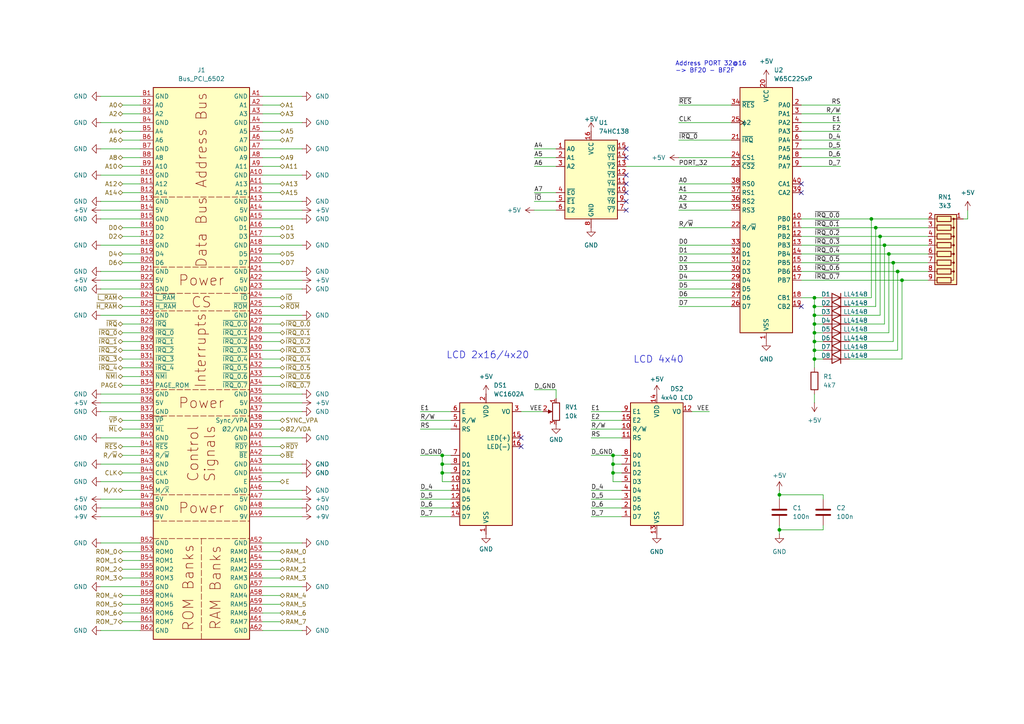
<source format=kicad_sch>
(kicad_sch (version 20231120) (generator "eeschema") (generator_version "8.0")
  (paper "A4")
  (junction (at 177.8 134.62))
  (junction (at 128.27 134.62))
  (junction (at 236.22 91.44))
  (junction (at 226.06 143.51))
  (junction (at 236.22 86.36))
  (junction (at 177.8 132.08))
  (junction (at 236.22 88.9))
  (junction (at 236.22 104.14))
  (junction (at 177.8 137.16))
  (junction (at 259.08 76.2))
  (junction (at 255.27 68.58))
  (junction (at 236.22 101.6))
  (junction (at 252.73 63.5))
  (junction (at 128.27 137.16))
  (junction (at 226.06 153.67))
  (junction (at 261.62 81.28))
  (junction (at 256.54 71.12))
  (junction (at 260.35 78.74))
  (junction (at 236.22 93.98))
  (junction (at 254 66.04))
  (junction (at 236.22 99.06))
  (junction (at 257.81 73.66))
  (junction (at 128.27 132.08))
  (junction (at 236.22 96.52))
  (no_connect (at 232.41 88.9))
  (no_connect (at 181.61 58.42))
  (no_connect (at 232.41 55.88))
  (no_connect (at 151.13 129.54))
  (no_connect (at 181.61 60.96))
  (no_connect (at 232.41 53.34))
  (no_connect (at 181.61 50.8))
  (no_connect (at 181.61 55.88))
  (no_connect (at 181.61 53.34))
  (no_connect (at 181.61 45.72))
  (no_connect (at 151.13 127))
  (no_connect (at 181.61 43.18))
  (wire (pts (xy 121.92 142.24) (xy 130.81 142.24)))
  (wire (pts (xy 226.06 153.67) (xy 226.06 154.94)))
  (wire (pts (xy 269.24 76.2) (xy 259.08 76.2)))
  (wire (pts (xy 171.45 149.86) (xy 180.34 149.86)))
  (wire (pts (xy 87.63 78.74) (xy 76.2 78.74)))
  (wire (pts (xy 128.27 139.7) (xy 128.27 137.16)))
  (wire (pts (xy 35.56 76.2) (xy 40.64 76.2)))
  (wire (pts (xy 87.63 116.84) (xy 76.2 116.84)))
  (wire (pts (xy 261.62 81.28) (xy 232.41 81.28)))
  (wire (pts (xy 171.45 132.08) (xy 177.8 132.08)))
  (wire (pts (xy 81.28 172.72) (xy 76.2 172.72)))
  (wire (pts (xy 81.28 99.06) (xy 76.2 99.06)))
  (wire (pts (xy 87.63 142.24) (xy 76.2 142.24)))
  (wire (pts (xy 171.45 142.24) (xy 180.34 142.24)))
  (wire (pts (xy 29.21 157.48) (xy 40.64 157.48)))
  (wire (pts (xy 81.28 68.58) (xy 76.2 68.58)))
  (wire (pts (xy 81.28 132.08) (xy 76.2 132.08)))
  (wire (pts (xy 226.06 152.4) (xy 226.06 153.67)))
  (wire (pts (xy 87.63 71.12) (xy 76.2 71.12)))
  (wire (pts (xy 177.8 134.62) (xy 180.34 134.62)))
  (wire (pts (xy 154.94 43.18) (xy 161.29 43.18)))
  (wire (pts (xy 177.8 139.7) (xy 180.34 139.7)))
  (wire (pts (xy 87.63 144.78) (xy 76.2 144.78)))
  (wire (pts (xy 81.28 86.36) (xy 76.2 86.36)))
  (wire (pts (xy 196.85 88.9) (xy 212.09 88.9)))
  (wire (pts (xy 269.24 63.5) (xy 252.73 63.5)))
  (wire (pts (xy 236.22 104.14) (xy 236.22 106.68)))
  (wire (pts (xy 254 88.9) (xy 254 66.04)))
  (wire (pts (xy 243.84 48.26) (xy 232.41 48.26)))
  (wire (pts (xy 269.24 81.28) (xy 261.62 81.28)))
  (wire (pts (xy 243.84 38.1) (xy 232.41 38.1)))
  (wire (pts (xy 81.28 129.54) (xy 76.2 129.54)))
  (wire (pts (xy 171.45 147.32) (xy 180.34 147.32)))
  (wire (pts (xy 81.28 93.98) (xy 76.2 93.98)))
  (wire (pts (xy 81.28 30.48) (xy 76.2 30.48)))
  (wire (pts (xy 81.28 48.26) (xy 76.2 48.26)))
  (wire (pts (xy 196.85 83.82) (xy 212.09 83.82)))
  (wire (pts (xy 35.56 160.02) (xy 40.64 160.02)))
  (wire (pts (xy 35.56 142.24) (xy 40.64 142.24)))
  (wire (pts (xy 81.28 111.76) (xy 76.2 111.76)))
  (wire (pts (xy 29.21 81.28) (xy 40.64 81.28)))
  (wire (pts (xy 121.92 144.78) (xy 130.81 144.78)))
  (wire (pts (xy 255.27 68.58) (xy 232.41 68.58)))
  (wire (pts (xy 246.38 104.14) (xy 261.62 104.14)))
  (wire (pts (xy 87.63 182.88) (xy 76.2 182.88)))
  (wire (pts (xy 35.56 96.52) (xy 40.64 96.52)))
  (wire (pts (xy 81.28 45.72) (xy 76.2 45.72)))
  (wire (pts (xy 236.22 91.44) (xy 236.22 88.9)))
  (wire (pts (xy 35.56 109.22) (xy 40.64 109.22)))
  (wire (pts (xy 236.22 93.98) (xy 236.22 91.44)))
  (wire (pts (xy 246.38 86.36) (xy 252.73 86.36)))
  (wire (pts (xy 257.81 96.52) (xy 257.81 73.66)))
  (wire (pts (xy 35.56 172.72) (xy 40.64 172.72)))
  (wire (pts (xy 255.27 91.44) (xy 255.27 68.58)))
  (wire (pts (xy 35.56 175.26) (xy 40.64 175.26)))
  (wire (pts (xy 196.85 73.66) (xy 212.09 73.66)))
  (wire (pts (xy 29.21 60.96) (xy 40.64 60.96)))
  (wire (pts (xy 29.21 182.88) (xy 40.64 182.88)))
  (wire (pts (xy 81.28 160.02) (xy 76.2 160.02)))
  (wire (pts (xy 87.63 149.86) (xy 76.2 149.86)))
  (wire (pts (xy 236.22 99.06) (xy 238.76 99.06)))
  (wire (pts (xy 35.56 111.76) (xy 40.64 111.76)))
  (wire (pts (xy 252.73 63.5) (xy 232.41 63.5)))
  (wire (pts (xy 87.63 50.8) (xy 76.2 50.8)))
  (wire (pts (xy 154.94 45.72) (xy 161.29 45.72)))
  (wire (pts (xy 87.63 83.82) (xy 76.2 83.82)))
  (wire (pts (xy 121.92 147.32) (xy 130.81 147.32)))
  (wire (pts (xy 196.85 60.96) (xy 212.09 60.96)))
  (wire (pts (xy 259.08 76.2) (xy 232.41 76.2)))
  (wire (pts (xy 29.21 114.3) (xy 40.64 114.3)))
  (wire (pts (xy 35.56 129.54) (xy 40.64 129.54)))
  (wire (pts (xy 236.22 86.36) (xy 232.41 86.36)))
  (wire (pts (xy 154.94 48.26) (xy 161.29 48.26)))
  (wire (pts (xy 81.28 66.04) (xy 76.2 66.04)))
  (wire (pts (xy 246.38 93.98) (xy 256.54 93.98)))
  (wire (pts (xy 128.27 132.08) (xy 130.81 132.08)))
  (wire (pts (xy 177.8 132.08) (xy 180.34 132.08)))
  (wire (pts (xy 81.28 180.34) (xy 76.2 180.34)))
  (wire (pts (xy 236.22 104.14) (xy 236.22 101.6)))
  (wire (pts (xy 35.56 38.1) (xy 40.64 38.1)))
  (wire (pts (xy 81.28 104.14) (xy 76.2 104.14)))
  (wire (pts (xy 236.22 86.36) (xy 238.76 86.36)))
  (wire (pts (xy 81.28 106.68) (xy 76.2 106.68)))
  (wire (pts (xy 238.76 153.67) (xy 226.06 153.67)))
  (wire (pts (xy 35.56 177.8) (xy 40.64 177.8)))
  (wire (pts (xy 87.63 81.28) (xy 76.2 81.28)))
  (wire (pts (xy 81.28 40.64) (xy 76.2 40.64)))
  (wire (pts (xy 236.22 99.06) (xy 236.22 96.52)))
  (wire (pts (xy 236.22 96.52) (xy 238.76 96.52)))
  (wire (pts (xy 161.29 115.57) (xy 161.29 113.03)))
  (wire (pts (xy 196.85 81.28) (xy 212.09 81.28)))
  (wire (pts (xy 121.92 132.08) (xy 128.27 132.08)))
  (wire (pts (xy 87.63 63.5) (xy 76.2 63.5)))
  (wire (pts (xy 29.21 119.38) (xy 40.64 119.38)))
  (wire (pts (xy 87.63 157.48) (xy 76.2 157.48)))
  (wire (pts (xy 246.38 96.52) (xy 257.81 96.52)))
  (wire (pts (xy 35.56 30.48) (xy 40.64 30.48)))
  (wire (pts (xy 81.28 88.9) (xy 76.2 88.9)))
  (wire (pts (xy 257.81 73.66) (xy 232.41 73.66)))
  (wire (pts (xy 243.84 33.02) (xy 232.41 33.02)))
  (wire (pts (xy 35.56 86.36) (xy 40.64 86.36)))
  (wire (pts (xy 196.85 86.36) (xy 212.09 86.36)))
  (wire (pts (xy 35.56 48.26) (xy 40.64 48.26)))
  (wire (pts (xy 29.21 35.56) (xy 40.64 35.56)))
  (wire (pts (xy 269.24 73.66) (xy 257.81 73.66)))
  (wire (pts (xy 35.56 99.06) (xy 40.64 99.06)))
  (wire (pts (xy 177.8 137.16) (xy 177.8 134.62)))
  (wire (pts (xy 81.28 76.2) (xy 76.2 76.2)))
  (wire (pts (xy 35.56 40.64) (xy 40.64 40.64)))
  (wire (pts (xy 128.27 137.16) (xy 128.27 134.62)))
  (wire (pts (xy 35.56 73.66) (xy 40.64 73.66)))
  (wire (pts (xy 35.56 180.34) (xy 40.64 180.34)))
  (wire (pts (xy 196.85 58.42) (xy 212.09 58.42)))
  (wire (pts (xy 243.84 30.48) (xy 232.41 30.48)))
  (wire (pts (xy 87.63 27.94) (xy 76.2 27.94)))
  (wire (pts (xy 260.35 101.6) (xy 260.35 78.74)))
  (wire (pts (xy 35.56 124.46) (xy 40.64 124.46)))
  (wire (pts (xy 87.63 147.32) (xy 76.2 147.32)))
  (wire (pts (xy 128.27 137.16) (xy 130.81 137.16)))
  (wire (pts (xy 87.63 43.18) (xy 76.2 43.18)))
  (wire (pts (xy 35.56 53.34) (xy 40.64 53.34)))
  (wire (pts (xy 81.28 53.34) (xy 76.2 53.34)))
  (wire (pts (xy 196.85 40.64) (xy 212.09 40.64)))
  (wire (pts (xy 246.38 91.44) (xy 255.27 91.44)))
  (wire (pts (xy 128.27 134.62) (xy 128.27 132.08)))
  (wire (pts (xy 81.28 121.92) (xy 76.2 121.92)))
  (wire (pts (xy 81.28 73.66) (xy 76.2 73.66)))
  (wire (pts (xy 29.21 144.78) (xy 40.64 144.78)))
  (wire (pts (xy 243.84 35.56) (xy 232.41 35.56)))
  (wire (pts (xy 171.45 119.38) (xy 180.34 119.38)))
  (wire (pts (xy 87.63 60.96) (xy 76.2 60.96)))
  (wire (pts (xy 81.28 101.6) (xy 76.2 101.6)))
  (wire (pts (xy 200.66 119.38) (xy 205.74 119.38)))
  (wire (pts (xy 171.45 121.92) (xy 180.34 121.92)))
  (wire (pts (xy 81.28 165.1) (xy 76.2 165.1)))
  (wire (pts (xy 196.85 66.04) (xy 212.09 66.04)))
  (wire (pts (xy 35.56 88.9) (xy 40.64 88.9)))
  (wire (pts (xy 177.8 137.16) (xy 180.34 137.16)))
  (wire (pts (xy 81.28 55.88) (xy 76.2 55.88)))
  (wire (pts (xy 87.63 114.3) (xy 76.2 114.3)))
  (wire (pts (xy 35.56 66.04) (xy 40.64 66.04)))
  (wire (pts (xy 154.94 113.03) (xy 161.29 113.03)))
  (wire (pts (xy 29.21 116.84) (xy 40.64 116.84)))
  (wire (pts (xy 35.56 33.02) (xy 40.64 33.02)))
  (wire (pts (xy 29.21 139.7) (xy 40.64 139.7)))
  (wire (pts (xy 81.28 124.46) (xy 76.2 124.46)))
  (wire (pts (xy 246.38 88.9) (xy 254 88.9)))
  (wire (pts (xy 35.56 162.56) (xy 40.64 162.56)))
  (wire (pts (xy 128.27 139.7) (xy 130.81 139.7)))
  (wire (pts (xy 236.22 96.52) (xy 236.22 93.98)))
  (wire (pts (xy 243.84 45.72) (xy 232.41 45.72)))
  (wire (pts (xy 246.38 99.06) (xy 259.08 99.06)))
  (wire (pts (xy 154.94 55.88) (xy 161.29 55.88)))
  (wire (pts (xy 238.76 144.78) (xy 238.76 143.51)))
  (wire (pts (xy 29.21 91.44) (xy 40.64 91.44)))
  (wire (pts (xy 151.13 119.38) (xy 157.48 119.38)))
  (wire (pts (xy 87.63 35.56) (xy 76.2 35.56)))
  (wire (pts (xy 256.54 93.98) (xy 256.54 71.12)))
  (wire (pts (xy 238.76 104.14) (xy 236.22 104.14)))
  (wire (pts (xy 35.56 55.88) (xy 40.64 55.88)))
  (wire (pts (xy 121.92 149.86) (xy 130.81 149.86)))
  (wire (pts (xy 81.28 38.1) (xy 76.2 38.1)))
  (wire (pts (xy 226.06 143.51) (xy 226.06 144.78)))
  (wire (pts (xy 171.45 144.78) (xy 180.34 144.78)))
  (wire (pts (xy 35.56 45.72) (xy 40.64 45.72)))
  (wire (pts (xy 259.08 99.06) (xy 259.08 76.2)))
  (wire (pts (xy 280.67 63.5) (xy 279.4 63.5)))
  (wire (pts (xy 252.73 86.36) (xy 252.73 63.5)))
  (wire (pts (xy 35.56 68.58) (xy 40.64 68.58)))
  (wire (pts (xy 171.45 127) (xy 180.34 127)))
  (wire (pts (xy 177.8 134.62) (xy 177.8 132.08)))
  (wire (pts (xy 35.56 167.64) (xy 40.64 167.64)))
  (wire (pts (xy 269.24 78.74) (xy 260.35 78.74)))
  (wire (pts (xy 196.85 45.72) (xy 212.09 45.72)))
  (wire (pts (xy 196.85 55.88) (xy 212.09 55.88)))
  (wire (pts (xy 29.21 170.18) (xy 40.64 170.18)))
  (wire (pts (xy 81.28 167.64) (xy 76.2 167.64)))
  (wire (pts (xy 35.56 101.6) (xy 40.64 101.6)))
  (wire (pts (xy 29.21 147.32) (xy 40.64 147.32)))
  (wire (pts (xy 35.56 93.98) (xy 40.64 93.98)))
  (wire (pts (xy 238.76 143.51) (xy 226.06 143.51)))
  (wire (pts (xy 121.92 121.92) (xy 130.81 121.92)))
  (wire (pts (xy 196.85 53.34) (xy 212.09 53.34)))
  (wire (pts (xy 35.56 121.92) (xy 40.64 121.92)))
  (wire (pts (xy 29.21 43.18) (xy 40.64 43.18)))
  (wire (pts (xy 29.21 63.5) (xy 40.64 63.5)))
  (wire (pts (xy 236.22 114.3) (xy 236.22 116.84)))
  (wire (pts (xy 81.28 175.26) (xy 76.2 175.26)))
  (wire (pts (xy 81.28 177.8) (xy 76.2 177.8)))
  (wire (pts (xy 196.85 76.2) (xy 212.09 76.2)))
  (wire (pts (xy 196.85 78.74) (xy 212.09 78.74)))
  (wire (pts (xy 236.22 88.9) (xy 236.22 86.36)))
  (wire (pts (xy 29.21 134.62) (xy 40.64 134.62)))
  (wire (pts (xy 196.85 30.48) (xy 212.09 30.48)))
  (wire (pts (xy 121.92 124.46) (xy 130.81 124.46)))
  (wire (pts (xy 154.94 60.96) (xy 161.29 60.96)))
  (wire (pts (xy 87.63 91.44) (xy 76.2 91.44)))
  (wire (pts (xy 29.21 83.82) (xy 40.64 83.82)))
  (wire (pts (xy 87.63 119.38) (xy 76.2 119.38)))
  (wire (pts (xy 260.35 78.74) (xy 232.41 78.74)))
  (wire (pts (xy 269.24 68.58) (xy 255.27 68.58)))
  (wire (pts (xy 128.27 134.62) (xy 130.81 134.62)))
  (wire (pts (xy 261.62 104.14) (xy 261.62 81.28)))
  (wire (pts (xy 81.28 139.7) (xy 76.2 139.7)))
  (wire (pts (xy 35.56 106.68) (xy 40.64 106.68)))
  (wire (pts (xy 196.85 71.12) (xy 212.09 71.12)))
  (wire (pts (xy 236.22 101.6) (xy 236.22 99.06)))
  (wire (pts (xy 29.21 27.94) (xy 40.64 27.94)))
  (wire (pts (xy 29.21 149.86) (xy 40.64 149.86)))
  (wire (pts (xy 29.21 58.42) (xy 40.64 58.42)))
  (wire (pts (xy 87.63 134.62) (xy 76.2 134.62)))
  (wire (pts (xy 121.92 119.38) (xy 130.81 119.38)))
  (wire (pts (xy 35.56 132.08) (xy 40.64 132.08)))
  (wire (pts (xy 256.54 71.12) (xy 232.41 71.12)))
  (wire (pts (xy 280.67 60.96) (xy 280.67 63.5)))
  (wire (pts (xy 246.38 101.6) (xy 260.35 101.6)))
  (wire (pts (xy 243.84 40.64) (xy 232.41 40.64)))
  (wire (pts (xy 171.45 124.46) (xy 180.34 124.46)))
  (wire (pts (xy 238.76 152.4) (xy 238.76 153.67)))
  (wire (pts (xy 35.56 137.16) (xy 40.64 137.16)))
  (wire (pts (xy 87.63 137.16) (xy 76.2 137.16)))
  (wire (pts (xy 81.28 96.52) (xy 76.2 96.52)))
  (wire (pts (xy 87.63 58.42) (xy 76.2 58.42)))
  (wire (pts (xy 81.28 33.02) (xy 76.2 33.02)))
  (wire (pts (xy 269.24 66.04) (xy 254 66.04)))
  (wire (pts (xy 243.84 43.18) (xy 232.41 43.18)))
  (wire (pts (xy 236.22 91.44) (xy 238.76 91.44)))
  (wire (pts (xy 29.21 78.74) (xy 40.64 78.74)))
  (wire (pts (xy 81.28 109.22) (xy 76.2 109.22)))
  (wire (pts (xy 29.21 127) (xy 40.64 127)))
  (wire (pts (xy 196.85 35.56) (xy 212.09 35.56)))
  (wire (pts (xy 236.22 101.6) (xy 238.76 101.6)))
  (wire (pts (xy 177.8 139.7) (xy 177.8 137.16)))
  (wire (pts (xy 81.28 162.56) (xy 76.2 162.56)))
  (wire (pts (xy 35.56 104.14) (xy 40.64 104.14)))
  (wire (pts (xy 87.63 127) (xy 76.2 127)))
  (wire (pts (xy 254 66.04) (xy 232.41 66.04)))
  (wire (pts (xy 35.56 165.1) (xy 40.64 165.1)))
  (wire (pts (xy 29.21 50.8) (xy 40.64 50.8)))
  (wire (pts (xy 181.61 48.26) (xy 212.09 48.26)))
  (wire (pts (xy 29.21 71.12) (xy 40.64 71.12)))
  (wire (pts (xy 236.22 93.98) (xy 238.76 93.98)))
  (wire (pts (xy 87.63 170.18) (xy 76.2 170.18)))
  (wire (pts (xy 236.22 88.9) (xy 238.76 88.9)))
  (wire (pts (xy 269.24 71.12) (xy 256.54 71.12)))
  (wire (pts (xy 226.06 142.24) (xy 226.06 143.51)))
  (wire (pts (xy 154.94 58.42) (xy 161.29 58.42)))
  (text "LCD 4x40" (at 191.008 104.394 0) (effects (font (size 2 2))))
  (text "LCD 2x16/4x20" (at 141.478 103.124 0) (effects (font (size 2 2))))
  (text "Address PORT 32@16 \n-> BF20 - BF2F" (at 195.834 19.558 0) (effects (font (size 1.27 1.27)) (justify left)))
  (label "A7" (at 154.94 55.88 0))
  (label "R{slash}W" (at 243.84 33.02 180))
  (label "A3" (at 196.85 60.96 0))
  (label "VEE" (at 205.74 119.38 180))
  (label "D_4" (at 121.92 142.24 0))
  (label "R{slash}~{W}" (at 196.85 66.04 0))
  (label "D_5" (at 243.84 43.18 180))
  (label "~{IRQ_0.3}" (at 236.22 71.12 0))
  (label "RS" (at 171.45 127 0))
  (label "R{slash}W" (at 171.45 124.46 0))
  (label "CLK" (at 196.85 35.56 0))
  (label "D_GND" (at 154.94 113.03 0))
  (label "~{IRQ_0.7}" (at 236.22 81.28 0))
  (label "~{IRQ_0}" (at 196.85 40.64 0))
  (label "~{IRQ_0.0}" (at 236.22 63.5 0))
  (label "~{IRQ_0.6}" (at 236.22 78.74 0))
  (label "E1" (at 243.84 35.56 180))
  (label "D6" (at 196.85 86.36 0))
  (label "D0" (at 196.85 71.12 0))
  (label "D_6" (at 171.45 147.32 0))
  (label "D2" (at 196.85 76.2 0))
  (label "RS" (at 121.92 124.46 0))
  (label "D_6" (at 243.84 45.72 180))
  (label "D_5" (at 171.45 144.78 0))
  (label "D5" (at 196.85 83.82 0))
  (label "D_4" (at 243.84 40.64 180))
  (label "E2" (at 243.84 38.1 180))
  (label "E1" (at 171.45 119.38 0))
  (label "D_6" (at 121.92 147.32 0))
  (label "~{IRQ_0.5}" (at 236.22 76.2 0))
  (label "~{IRQ_0.1}" (at 236.22 66.04 0))
  (label "E2" (at 171.45 121.92 0))
  (label "A4" (at 154.94 43.18 0))
  (label "VEE" (at 153.67 119.38 0))
  (label "D3" (at 196.85 78.74 0))
  (label "A1" (at 196.85 55.88 0))
  (label "D_5" (at 121.92 144.78 0))
  (label "PORT_32" (at 196.85 48.26 0))
  (label "R{slash}W" (at 121.92 121.92 0))
  (label "A6" (at 154.94 48.26 0))
  (label "A5" (at 154.94 45.72 0))
  (label "D_7" (at 121.92 149.86 0))
  (label "A2" (at 196.85 58.42 0))
  (label "~{RES}" (at 196.85 30.48 0))
  (label "RS" (at 243.84 30.48 180))
  (label "D_7" (at 171.45 149.86 0))
  (label "D_GND" (at 121.92 132.08 0))
  (label "D_GND" (at 171.45 132.08 0))
  (label "D7" (at 196.85 88.9 0))
  (label "E1" (at 121.92 119.38 0))
  (label "D_4" (at 171.45 142.24 0))
  (label "A0" (at 196.85 53.34 0))
  (label "D4" (at 196.85 81.28 0))
  (label "D_7" (at 243.84 48.26 180))
  (label "D1" (at 196.85 73.66 0))
  (label "~{IRQ_0.4}" (at 236.22 73.66 0))
  (label "~{IRQ_0.2}" (at 236.22 68.58 0))
  (label "~{IO}" (at 154.94 58.42 0))
  (hierarchical_label "~{IRQ_0.5}" (shape bidirectional) (at 81.28 106.68 0))
  (hierarchical_label "A2" (shape bidirectional) (at 35.56 33.02 180))
  (hierarchical_label "A13" (shape bidirectional) (at 81.28 53.34 0))
  (hierarchical_label "A12" (shape bidirectional) (at 35.56 53.34 180))
  (hierarchical_label "~{VP}" (shape bidirectional) (at 35.56 121.92 180))
  (hierarchical_label "A11" (shape bidirectional) (at 81.28 48.26 0))
  (hierarchical_label "A6" (shape bidirectional) (at 35.56 40.64 180))
  (hierarchical_label "~{IRQ_0.2}" (shape bidirectional) (at 81.28 99.06 0))
  (hierarchical_label "D3" (shape bidirectional) (at 81.28 68.58 0))
  (hierarchical_label "RAM_6" (shape bidirectional) (at 81.28 177.8 0))
  (hierarchical_label "~{NMI}" (shape bidirectional) (at 35.56 109.22 180))
  (hierarchical_label "RAM_2" (shape bidirectional) (at 81.28 165.1 0))
  (hierarchical_label "~{IRQ_1}" (shape bidirectional) (at 35.56 99.06 180))
  (hierarchical_label "R{slash}~{W}" (shape bidirectional) (at 35.56 132.08 180))
  (hierarchical_label "RAM_0" (shape bidirectional) (at 81.28 160.02 0))
  (hierarchical_label "ROM_2" (shape bidirectional) (at 35.56 165.1 180))
  (hierarchical_label "ROM_5" (shape bidirectional) (at 35.56 175.26 180))
  (hierarchical_label "A15" (shape bidirectional) (at 81.28 55.88 0))
  (hierarchical_label "A10" (shape bidirectional) (at 35.56 48.26 180))
  (hierarchical_label "RAM_4" (shape bidirectional) (at 81.28 172.72 0))
  (hierarchical_label "A1" (shape bidirectional) (at 81.28 30.48 0))
  (hierarchical_label "~{IRQ_0.7}" (shape bidirectional) (at 81.28 111.76 0))
  (hierarchical_label "~{ML}" (shape bidirectional) (at 35.56 124.46 180))
  (hierarchical_label "~{IRQ_0.4}" (shape bidirectional) (at 81.28 104.14 0))
  (hierarchical_label "~{RES}" (shape bidirectional) (at 35.56 129.54 180))
  (hierarchical_label "D0" (shape bidirectional) (at 35.56 66.04 180))
  (hierarchical_label "~{IRQ_0.0}" (shape bidirectional) (at 81.28 93.98 0))
  (hierarchical_label "~{IRQ_0.6}" (shape bidirectional) (at 81.28 109.22 0))
  (hierarchical_label "~{IO}" (shape bidirectional) (at 81.28 86.36 0))
  (hierarchical_label "~{IRQ}" (shape bidirectional) (at 35.56 93.98 180))
  (hierarchical_label "D2" (shape bidirectional) (at 35.56 68.58 180))
  (hierarchical_label "CLK" (shape bidirectional) (at 35.56 137.16 180))
  (hierarchical_label "~{IRQ_2}" (shape bidirectional) (at 35.56 101.6 180))
  (hierarchical_label "A3" (shape bidirectional) (at 81.28 33.02 0))
  (hierarchical_label "~{IRQ_4}" (shape bidirectional) (at 35.56 106.68 180))
  (hierarchical_label "SYNC_VPA" (shape bidirectional) (at 81.28 121.92 0))
  (hierarchical_label "~{H_RAM}" (shape bidirectional) (at 35.56 88.9 180))
  (hierarchical_label "A8" (shape bidirectional) (at 35.56 45.72 180))
  (hierarchical_label "~{IRQ_0.1}" (shape bidirectional) (at 81.28 96.52 0))
  (hierarchical_label "A5" (shape bidirectional) (at 81.28 38.1 0))
  (hierarchical_label "ROM_6" (shape bidirectional) (at 35.56 177.8 180))
  (hierarchical_label "~{IRQ_0}" (shape bidirectional) (at 35.56 96.52 180))
  (hierarchical_label "~{RDY}" (shape bidirectional) (at 81.28 129.54 0))
  (hierarchical_label "~{L_RAM}" (shape bidirectional) (at 35.56 86.36 180))
  (hierarchical_label "RAM_1" (shape bidirectional) (at 81.28 162.56 0))
  (hierarchical_label "A4" (shape bidirectional) (at 35.56 38.1 180))
  (hierarchical_label "RAM_3" (shape bidirectional) (at 81.28 167.64 0))
  (hierarchical_label "~{IRQ_3}" (shape bidirectional) (at 35.56 104.14 180))
  (hierarchical_label "ROM_7" (shape bidirectional) (at 35.56 180.34 180))
  (hierarchical_label "~{IRQ_0.3}" (shape bidirectional) (at 81.28 101.6 0))
  (hierarchical_label "D1" (shape bidirectional) (at 81.28 66.04 0))
  (hierarchical_label "A0" (shape bidirectional) (at 35.56 30.48 180))
  (hierarchical_label "~{ROM}" (shape bidirectional) (at 81.28 88.9 0))
  (hierarchical_label "D7" (shape bidirectional) (at 81.28 76.2 0))
  (hierarchical_label "Ø2{slash}VDA" (shape bidirectional) (at 81.28 124.46 0))
  (hierarchical_label "D4" (shape bidirectional) (at 35.56 73.66 180))
  (hierarchical_label "RAM_7" (shape bidirectional) (at 81.28 180.34 0))
  (hierarchical_label "RAM_5" (shape bidirectional) (at 81.28 175.26 0))
  (hierarchical_label "ROM_1" (shape bidirectional) (at 35.56 162.56 180))
  (hierarchical_label "ROM_0" (shape bidirectional) (at 35.56 160.02 180))
  (hierarchical_label "A14" (shape bidirectional) (at 35.56 55.88 180))
  (hierarchical_label "A7" (shape bidirectional) (at 81.28 40.64 0))
  (hierarchical_label "D6" (shape bidirectional) (at 35.56 76.2 180))
  (hierarchical_label "ROM_3" (shape bidirectional) (at 35.56 167.64 180))
  (hierarchical_label "~{BE}" (shape bidirectional) (at 81.28 132.08 0))
  (hierarchical_label "ROM_4" (shape bidirectional) (at 35.56 172.72 180))
  (hierarchical_label "A9" (shape bidirectional) (at 81.28 45.72 0))
  (hierarchical_label "D5" (shape bidirectional) (at 81.28 73.66 0))
  (hierarchical_label "PAGE" (shape bidirectional) (at 35.56 111.76 180))
  (hierarchical_label "M{slash}X" (shape bidirectional) (at 35.56 142.24 180))
  (hierarchical_label "E" (shape bidirectional) (at 81.28 139.7 0))
  (symbol (lib_id "power:GND") (at 29.21 139.7 270) (unit 1)
    (property "Reference" "#PWR047" (effects (hide yes)))
    (property "Value" "GND" (at 25.4 139.6999 90) (effects (justify right)))
    (property "Description" "Power symbol creates a global label with name \"GND\" , ground" (effects (hide yes)))
  )
  (symbol (lib_id "Diode:LL4148") (at 242.57 93.98 0) (mirror y) (unit 1)
    (property "Reference" "D4" (at 239.522 92.964 0))
    (property "Value" "LL4148" (at 248.158 92.964 0))
    (property "Footprint" "Diode_SMD:D_MiniMELF" (effects (hide yes)))
    (property "Datasheet" "http://www.vishay.com/docs/85557/ll4148.pdf" (effects (hide yes)))
    (property "Description" "100V 0.15A standard switching diode, MiniMELF" (effects (hide yes)))
    (property "Sim.Device" "D" (effects (hide yes)))
    (property "Sim.Pins" "1=K 2=A" (effects (hide yes)))
  )
  (symbol (lib_id "Diode:LL4148") (at 242.57 101.6 0) (mirror y) (unit 1)
    (property "Reference" "D7" (at 239.522 100.584 0))
    (property "Value" "LL4148" (at 248.158 100.584 0))
    (property "Footprint" "Diode_SMD:D_MiniMELF" (effects (hide yes)))
    (property "Datasheet" "http://www.vishay.com/docs/85557/ll4148.pdf" (effects (hide yes)))
    (property "Description" "100V 0.15A standard switching diode, MiniMELF" (effects (hide yes)))
    (property "Sim.Device" "D" (effects (hide yes)))
    (property "Sim.Pins" "1=K 2=A" (effects (hide yes)))
  )
  (symbol (lib_id "power:+5V") (at 87.63 144.78 270) (mirror x) (unit 1)
    (property "Reference" "#PWR051" (effects (hide yes)))
    (property "Value" "+5V" (at 91.44 144.7799 90) (effects (justify left)))
    (property "Description" "Power symbol creates a global label with name \"+5V\"" (effects (hide yes)))
  )
  (symbol (lib_id "power:GND") (at 87.63 43.18 90) (mirror x) (unit 1)
    (property "Reference" "#PWR08" (effects (hide yes)))
    (property "Value" "GND" (at 91.44 43.1799 90) (effects (justify right)))
    (property "Description" "Power symbol creates a global label with name \"GND\" , ground" (effects (hide yes)))
  )
  (symbol (lib_id "6502:4x40 LCD") (at 190.5 134.62 0) (unit 1)
    (property "Reference" "DS2" (at 196.342 112.776 0))
    (property "Value" "4x40 LCD" (at 196.342 115.316 0))
    (property "Footprint" "Connector_PinHeader_2.54mm:PinHeader_2x08_P2.54mm_Vertical" (effects (hide yes)))
    (property "Datasheet" "https://cdn-reichelt.de/documents/datenblatt/A500/EAW404B-NLW%23EAS.pdf" (effects (hide yes)))
    (property "Description" "LCD 40x4 Alphanumeric , 8 bit parallel bus, 5V VDD" (effects (hide yes)))
  )
  (symbol (lib_id "power:GND") (at 29.21 127 270) (unit 1)
    (property "Reference" "#PWR042" (effects (hide yes)))
    (property "Value" "GND" (at 25.4 126.9999 90) (effects (justify right)))
    (property "Description" "Power symbol creates a global label with name \"GND\" , ground" (effects (hide yes)))
  )
  (symbol (lib_id "power:GND") (at 140.97 154.94 0) (unit 1)
    (property "Reference" "#PWR056" (effects (hide yes)))
    (property "Value" "GND" (at 140.97 159.258 0))
    (property "Description" "Power symbol creates a global label with name \"GND\" , ground" (effects (hide yes)))
  )
  (symbol (lib_id "power:GND") (at 226.06 154.94 0) (unit 1)
    (property "Reference" "#PWR058" (effects (hide yes)))
    (property "Value" "GND" (at 226.06 160.02 0))
    (property "Description" "Power symbol creates a global label with name \"GND\" , ground" (effects (hide yes)))
  )
  (symbol (lib_id "power:GND") (at 87.63 78.74 90) (mirror x) (unit 1)
    (property "Reference" "#PWR024" (effects (hide yes)))
    (property "Value" "GND" (at 91.44 78.7399 90) (effects (justify right)))
    (property "Description" "Power symbol creates a global label with name \"GND\" , ground" (effects (hide yes)))
  )
  (symbol (lib_id "power:GND") (at 87.63 35.56 90) (mirror x) (unit 1)
    (property "Reference" "#PWR05" (effects (hide yes)))
    (property "Value" "GND" (at 91.44 35.5599 90) (effects (justify right)))
    (property "Description" "Power symbol creates a global label with name \"GND\" , ground" (effects (hide yes)))
  )
  (symbol (lib_id "power:+5V") (at 29.21 144.78 90) (unit 1)
    (property "Reference" "#PWR050" (effects (hide yes)))
    (property "Value" "+5V" (at 25.4 144.7799 90) (effects (justify left)))
    (property "Description" "Power symbol creates a global label with name \"+5V\"" (effects (hide yes)))
  )
  (symbol (lib_id "power:GND") (at 29.21 182.88 270) (unit 1)
    (property "Reference" "#PWR063" (effects (hide yes)))
    (property "Value" "GND" (at 25.4 182.8799 90) (effects (justify right)))
    (property "Description" "Power symbol creates a global label with name \"GND\" , ground" (effects (hide yes)))
  )
  (symbol (lib_id "power:+5V") (at 154.94 60.96 90) (unit 1)
    (property "Reference" "#PWR016" (effects (hide yes)))
    (property "Value" "+5V" (at 151.13 60.9599 90) (effects (justify left)))
    (property "Description" "Power symbol creates a global label with name \"+5V\"" (effects (hide yes)))
  )
  (symbol (lib_id "power:+5V") (at 29.21 60.96 90) (unit 1)
    (property "Reference" "#PWR014" (effects (hide yes)))
    (property "Value" "+5V" (at 25.4 60.9599 90) (effects (justify left)))
    (property "Description" "Power symbol creates a global label with name \"+5V\"" (effects (hide yes)))
  )
  (symbol (lib_id "6502:Bus_PCI_6502") (at 58.42 104.14 0) (unit 1)
    (property "Reference" "J1" (at 58.42 20.32 0))
    (property "Value" "Bus_PCI_6502" (at 58.42 22.86 0))
    (property "Footprint" "Connector_PCBEdge:BUS_PCI" (effects (hide yes)))
    (property "Datasheet" "http://pinouts.ru/Slots/PCI_pinout.shtml" (effects (hide yes)))
    (property "Description" "PCI bus connector for 5V cards" (effects (hide yes)))
  )
  (symbol (lib_id "Device:R_Network08") (at 274.32 73.66 270) (unit 1)
    (property "Reference" "RN1" (at 274.066 57.15 90))
    (property "Value" "3k3" (at 274.066 59.69 90))
    (property "Footprint" "Resistor_THT:R_Array_SIP9" (effects (hide yes)))
    (property "Datasheet" "http://www.vishay.com/docs/31509/csc.pdf" (effects (hide yes)))
    (property "Description" "8 resistor network, star topology, bussed resistors, small symbol" (effects (hide yes)))
  )
  (symbol (lib_id "power:GND") (at 29.21 43.18 270) (unit 1)
    (property "Reference" "#PWR07" (effects (hide yes)))
    (property "Value" "GND" (at 25.4 43.1799 90) (effects (justify right)))
    (property "Description" "Power symbol creates a global label with name \"GND\" , ground" (effects (hide yes)))
  )
  (symbol (lib_id "power:GND") (at 87.63 137.16 90) (mirror x) (unit 1)
    (property "Reference" "#PWR046" (effects (hide yes)))
    (property "Value" "GND" (at 91.44 137.1599 90) (effects (justify right)))
    (property "Description" "Power symbol creates a global label with name \"GND\" , ground" (effects (hide yes)))
  )
  (symbol (lib_id "power:GND") (at 29.21 35.56 270) (unit 1)
    (property "Reference" "#PWR04" (effects (hide yes)))
    (property "Value" "GND" (at 25.4 35.5599 90) (effects (justify right)))
    (property "Description" "Power symbol creates a global label with name \"GND\" , ground" (effects (hide yes)))
  )
  (symbol (lib_id "Device:C") (at 226.06 148.59 0) (unit 1)
    (property "Reference" "C1" (at 229.87 147.3199 0) (effects (justify left)))
    (property "Value" "100n" (at 229.87 149.8599 0) (effects (justify left)))
    (property "Footprint" "Capacitor_SMD:C_0805_2012Metric" (effects (hide yes)))
    (property "Description" "Unpolarized capacitor" (effects (hide yes)))
  )
  (symbol (lib_id "power:GND") (at 87.63 50.8 90) (mirror x) (unit 1)
    (property "Reference" "#PWR011" (effects (hide yes)))
    (property "Value" "GND" (at 91.44 50.7999 90) (effects (justify right)))
    (property "Description" "Power symbol creates a global label with name \"GND\" , ground" (effects (hide yes)))
  )
  (symbol (lib_id "power:GND") (at 87.63 114.3 90) (mirror x) (unit 1)
    (property "Reference" "#PWR033" (effects (hide yes)))
    (property "Value" "GND" (at 91.44 114.2999 90) (effects (justify right)))
    (property "Description" "Power symbol creates a global label with name \"GND\" , ground" (effects (hide yes)))
  )
  (symbol (lib_id "power:GND") (at 87.63 170.18 90) (unit 1)
    (property "Reference" "#PWR062" (effects (hide yes)))
    (property "Value" "GND" (at 91.44 170.1801 90) (effects (justify right)))
    (property "Description" "Power symbol creates a global label with name \"GND\" , ground" (effects (hide yes)))
  )
  (symbol (lib_id "Diode:LL4148") (at 242.57 104.14 0) (mirror y) (unit 1)
    (property "Reference" "D8" (at 239.522 103.124 0))
    (property "Value" "LL4148" (at 248.158 103.124 0))
    (property "Footprint" "Diode_SMD:D_MiniMELF" (effects (hide yes)))
    (property "Datasheet" "http://www.vishay.com/docs/85557/ll4148.pdf" (effects (hide yes)))
    (property "Description" "100V 0.15A standard switching diode, MiniMELF" (effects (hide yes)))
    (property "Sim.Device" "D" (effects (hide yes)))
    (property "Sim.Pins" "1=K 2=A" (effects (hide yes)))
  )
  (symbol (lib_id "power:+5V") (at 171.45 38.1 0) (mirror y) (unit 1)
    (property "Reference" "#PWR06" (effects (hide yes)))
    (property "Value" "+5V" (at 171.45 34.544 0))
    (property "Description" "Power symbol creates a global label with name \"+5V\"" (effects (hide yes)))
  )
  (symbol (lib_id "power:GND") (at 29.21 27.94 270) (unit 1)
    (property "Reference" "#PWR02" (effects (hide yes)))
    (property "Value" "GND" (at 25.4 27.9399 90) (effects (justify right)))
    (property "Description" "Power symbol creates a global label with name \"GND\" , ground" (effects (hide yes)))
  )
  (symbol (lib_id "Display_Character:WC1602A") (at 140.97 134.62 0) (unit 1)
    (property "Reference" "DS1" (at 143.1641 111.76 0) (effects (justify left)))
    (property "Value" "WC1602A" (at 143.1641 114.3 0) (effects (justify left)))
    (property "Footprint" "Connector_PinHeader_2.54mm:PinHeader_1x16_P2.54mm_Vertical" (effects (hide yes)))
    (property "Datasheet" "http://www.wincomlcd.com/pdf/WC1602A-SFYLYHTC06.pdf" (effects (hide yes)))
    (property "Description" "LCD 16x2 Alphanumeric , 8 bit parallel bus, 5V VDD" (effects (hide yes)))
  )
  (symbol (lib_id "power:GND") (at 87.63 134.62 90) (mirror x) (unit 1)
    (property "Reference" "#PWR045" (effects (hide yes)))
    (property "Value" "GND" (at 91.44 134.6199 90) (effects (justify right)))
    (property "Description" "Power symbol creates a global label with name \"GND\" , ground" (effects (hide yes)))
  )
  (symbol (lib_id "power:GND") (at 87.63 63.5 90) (mirror x) (unit 1)
    (property "Reference" "#PWR019" (effects (hide yes)))
    (property "Value" "GND" (at 91.44 63.4999 90) (effects (justify right)))
    (property "Description" "Power symbol creates a global label with name \"GND\" , ground" (effects (hide yes)))
  )
  (symbol (lib_id "74xx:74HC138") (at 171.45 53.34 0) (unit 1)
    (property "Reference" "U1" (at 173.6441 35.56 0) (effects (justify left)))
    (property "Value" "74HC138" (at 173.6441 38.1 0) (effects (justify left)))
    (property "Footprint" "Package_DIP:DIP-16_W7.62mm" (effects (hide yes)))
    (property "Datasheet" "http://www.ti.com/lit/ds/symlink/cd74hc238.pdf" (effects (hide yes)))
    (property "Description" "3-to-8 line decoder/multiplexer inverting, DIP-16/SOIC-16/SSOP-16" (effects (hide yes)))
  )
  (symbol (lib_id "power:+5V") (at 140.97 114.3 0) (unit 1)
    (property "Reference" "#PWR034" (effects (hide yes)))
    (property "Value" "+5V" (at 140.97 109.22 0))
    (property "Description" "Power symbol creates a global label with name \"+5V\"" (effects (hide yes)))
  )
  (symbol (lib_id "power:GND") (at 87.63 27.94 90) (mirror x) (unit 1)
    (property "Reference" "#PWR03" (effects (hide yes)))
    (property "Value" "GND" (at 91.44 27.9399 90) (effects (justify right)))
    (property "Description" "Power symbol creates a global label with name \"GND\" , ground" (effects (hide yes)))
  )
  (symbol (lib_id "Diode:LL4148") (at 242.57 96.52 0) (mirror y) (unit 1)
    (property "Reference" "D5" (at 239.522 95.504 0))
    (property "Value" "LL4148" (at 248.158 95.504 0))
    (property "Footprint" "Diode_SMD:D_MiniMELF" (effects (hide yes)))
    (property "Datasheet" "http://www.vishay.com/docs/85557/ll4148.pdf" (effects (hide yes)))
    (property "Description" "100V 0.15A standard switching diode, MiniMELF" (effects (hide yes)))
    (property "Sim.Device" "D" (effects (hide yes)))
    (property "Sim.Pins" "1=K 2=A" (effects (hide yes)))
  )
  (symbol (lib_id "power:+5V") (at 87.63 81.28 270) (mirror x) (unit 1)
    (property "Reference" "#PWR026" (effects (hide yes)))
    (property "Value" "+5V" (at 91.44 81.2799 90) (effects (justify left)))
    (property "Description" "Power symbol creates a global label with name \"+5V\"" (effects (hide yes)))
  )
  (symbol (lib_id "Diode:LL4148") (at 242.57 99.06 0) (mirror y) (unit 1)
    (property "Reference" "D6" (at 239.522 98.044 0))
    (property "Value" "LL4148" (at 248.158 98.044 0))
    (property "Footprint" "Diode_SMD:D_MiniMELF" (effects (hide yes)))
    (property "Datasheet" "http://www.vishay.com/docs/85557/ll4148.pdf" (effects (hide yes)))
    (property "Description" "100V 0.15A standard switching diode, MiniMELF" (effects (hide yes)))
    (property "Sim.Device" "D" (effects (hide yes)))
    (property "Sim.Pins" "1=K 2=A" (effects (hide yes)))
  )
  (symbol (lib_id "power:GND") (at 171.45 66.04 0) (mirror y) (unit 1)
    (property "Reference" "#PWR020" (effects (hide yes)))
    (property "Value" "GND" (at 171.45 71.12 0))
    (property "Description" "Power symbol creates a global label with name \"GND\" , ground" (effects (hide yes)))
  )
  (symbol (lib_id "power:GND") (at 29.21 157.48 270) (unit 1)
    (property "Reference" "#PWR059" (effects (hide yes)))
    (property "Value" "GND" (at 25.4 157.4799 90) (effects (justify right)))
    (property "Description" "Power symbol creates a global label with name \"GND\" , ground" (effects (hide yes)))
  )
  (symbol (lib_id "power:GND") (at 29.21 119.38 270) (unit 1)
    (property "Reference" "#PWR039" (effects (hide yes)))
    (property "Value" "GND" (at 25.4 119.3799 90) (effects (justify right)))
    (property "Description" "Power symbol creates a global label with name \"GND\" , ground" (effects (hide yes)))
  )
  (symbol (lib_id "power:+9V") (at 29.21 149.86 90) (unit 1)
    (property "Reference" "#PWR054" (effects (hide yes)))
    (property "Value" "+9V" (at 25.4 149.8599 90) (effects (justify left)))
    (property "Description" "Power symbol creates a global label with name \"+9V\"" (effects (hide yes)))
  )
  (symbol (lib_id "power:GND") (at 161.29 123.19 0) (unit 1)
    (property "Reference" "#PWR041" (effects (hide yes)))
    (property "Value" "GND" (at 161.29 127.508 0))
    (property "Description" "Power symbol creates a global label with name \"GND\" , ground" (effects (hide yes)))
  )
  (symbol (lib_id "power:GND") (at 29.21 114.3 270) (unit 1)
    (property "Reference" "#PWR032" (effects (hide yes)))
    (property "Value" "GND" (at 25.4 114.2999 90) (effects (justify right)))
    (property "Description" "Power symbol creates a global label with name \"GND\" , ground" (effects (hide yes)))
  )
  (symbol (lib_id "power:GND") (at 29.21 83.82 270) (unit 1)
    (property "Reference" "#PWR027" (effects (hide yes)))
    (property "Value" "GND" (at 25.4 83.8199 90) (effects (justify right)))
    (property "Description" "Power symbol creates a global label with name \"GND\" , ground" (effects (hide yes)))
  )
  (symbol (lib_id "Diode:LL4148") (at 242.57 88.9 0) (mirror y) (unit 1)
    (property "Reference" "D2" (at 239.522 87.884 0))
    (property "Value" "LL4148" (at 248.158 87.884 0))
    (property "Footprint" "Diode_SMD:D_MiniMELF" (effects (hide yes)))
    (property "Datasheet" "http://www.vishay.com/docs/85557/ll4148.pdf" (effects (hide yes)))
    (property "Description" "100V 0.15A standard switching diode, MiniMELF" (effects (hide yes)))
    (property "Sim.Device" "D" (effects (hide yes)))
    (property "Sim.Pins" "1=K 2=A" (effects (hide yes)))
  )
  (symbol (lib_id "power:GND") (at 87.63 58.42 90) (mirror x) (unit 1)
    (property "Reference" "#PWR013" (effects (hide yes)))
    (property "Value" "GND" (at 91.44 58.4199 90) (effects (justify right)))
    (property "Description" "Power symbol creates a global label with name \"GND\" , ground" (effects (hide yes)))
  )
  (symbol (lib_id "power:GND") (at 87.63 147.32 90) (mirror x) (unit 1)
    (property "Reference" "#PWR053" (effects (hide yes)))
    (property "Value" "GND" (at 91.44 147.3199 90) (effects (justify right)))
    (property "Description" "Power symbol creates a global label with name \"GND\" , ground" (effects (hide yes)))
  )
  (symbol (lib_id "power:+5V") (at 29.21 116.84 90) (unit 1)
    (property "Reference" "#PWR036" (effects (hide yes)))
    (property "Value" "+5V" (at 25.4 116.8399 90) (effects (justify left)))
    (property "Description" "Power symbol creates a global label with name \"+5V\"" (effects (hide yes)))
  )
  (symbol (lib_id "Device:C") (at 238.76 148.59 0) (unit 1)
    (property "Reference" "C2" (at 242.57 147.3199 0) (effects (justify left)))
    (property "Value" "100n" (at 242.57 149.8599 0) (effects (justify left)))
    (property "Footprint" "Capacitor_SMD:C_0805_2012Metric" (effects (hide yes)))
    (property "Description" "Unpolarized capacitor" (effects (hide yes)))
  )
  (symbol (lib_id "power:GND") (at 222.25 99.06 0) (unit 1)
    (property "Reference" "#PWR031" (effects (hide yes)))
    (property "Value" "GND" (at 222.25 104.14 0))
    (property "Description" "Power symbol creates a global label with name \"GND\" , ground" (effects (hide yes)))
  )
  (symbol (lib_id "power:GND") (at 29.21 50.8 270) (unit 1)
    (property "Reference" "#PWR010" (effects (hide yes)))
    (property "Value" "GND" (at 25.4 50.7999 90) (effects (justify right)))
    (property "Description" "Power symbol creates a global label with name \"GND\" , ground" (effects (hide yes)))
  )
  (symbol (lib_id "Diode:LL4148") (at 242.57 91.44 0) (mirror y) (unit 1)
    (property "Reference" "D3" (at 239.522 90.424 0))
    (property "Value" "LL4148" (at 248.158 90.424 0))
    (property "Footprint" "Diode_SMD:D_MiniMELF" (effects (hide yes)))
    (property "Datasheet" "http://www.vishay.com/docs/85557/ll4148.pdf" (effects (hide yes)))
    (property "Description" "100V 0.15A standard switching diode, MiniMELF" (effects (hide yes)))
    (property "Sim.Device" "D" (effects (hide yes)))
    (property "Sim.Pins" "1=K 2=A" (effects (hide yes)))
  )
  (symbol (lib_id "power:+5V") (at 29.21 81.28 90) (unit 1)
    (property "Reference" "#PWR025" (effects (hide yes)))
    (property "Value" "+5V" (at 25.4 81.2799 90) (effects (justify left)))
    (property "Description" "Power symbol creates a global label with name \"+5V\"" (effects (hide yes)))
  )
  (symbol (lib_id "power:GND") (at 87.63 83.82 90) (mirror x) (unit 1)
    (property "Reference" "#PWR028" (effects (hide yes)))
    (property "Value" "GND" (at 91.44 83.8199 90) (effects (justify right)))
    (property "Description" "Power symbol creates a global label with name \"GND\" , ground" (effects (hide yes)))
  )
  (symbol (lib_id "power:GND") (at 87.63 182.88 90) (unit 1)
    (property "Reference" "#PWR064" (effects (hide yes)))
    (property "Value" "GND" (at 91.44 182.8801 90) (effects (justify right)))
    (property "Description" "Power symbol creates a global label with name \"GND\" , ground" (effects (hide yes)))
  )
  (symbol (lib_id "power:+5V") (at 87.63 116.84 270) (mirror x) (unit 1)
    (property "Reference" "#PWR037" (effects (hide yes)))
    (property "Value" "+5V" (at 91.44 116.8399 90) (effects (justify left)))
    (property "Description" "Power symbol creates a global label with name \"+5V\"" (effects (hide yes)))
  )
  (symbol (lib_id "power:GND") (at 87.63 127 90) (mirror x) (unit 1)
    (property "Reference" "#PWR043" (effects (hide yes)))
    (property "Value" "GND" (at 91.44 126.9999 90) (effects (justify right)))
    (property "Description" "Power symbol creates a global label with name \"GND\" , ground" (effects (hide yes)))
  )
  (symbol (lib_id "6502:W65C22SxP") (at 222.25 60.96 0) (unit 1)
    (property "Reference" "U2" (at 224.4441 20.32 0) (effects (justify left)))
    (property "Value" "W65C22SxP" (at 224.4441 22.86 0) (effects (justify left)))
    (property "Footprint" "Package_DIP:DIP-40_W15.24mm" (effects (hide yes)))
    (property "Datasheet" "http://www.westerndesigncenter.com/wdc/documentation/w65c22.pdf" (effects (hide yes)))
    (property "Description" "CMOS Versatile Interface Adapter (VIA), 20-pin I/O, 2 Timer/Counters, DIP-40" (effects (hide yes)))
  )
  (symbol (lib_id "Device:R_Potentiometer") (at 161.29 119.38 0) (mirror y) (unit 1)
    (property "Reference" "RV1" (at 163.83 118.1099 0) (effects (justify right)))
    (property "Value" "10k" (at 163.83 120.6499 0) (effects (justify right)))
    (property "Footprint" "Potentiometer_SMD:Potentiometer_Bourns_TC33X_Vertical" (effects (hide yes)))
    (property "Description" "Potentiometer" (effects (hide yes)))
  )
  (symbol (lib_id "power:GND") (at 87.63 91.44 90) (mirror x) (unit 1)
    (property "Reference" "#PWR030" (effects (hide yes)))
    (property "Value" "GND" (at 91.44 91.4399 90) (effects (justify right)))
    (property "Description" "Power symbol creates a global label with name \"GND\" , ground" (effects (hide yes)))
  )
  (symbol (lib_id "Device:R") (at 236.22 110.49 0) (unit 1)
    (property "Reference" "R1" (at 238.76 109.2199 0) (effects (justify left)))
    (property "Value" "4k7" (at 238.76 111.7599 0) (effects (justify left)))
    (property "Footprint" "Resistor_SMD:R_0805_2012Metric" (effects (hide yes)))
    (property "Description" "Resistor" (effects (hide yes)))
  )
  (symbol (lib_id "power:+5V") (at 222.25 22.86 0) (unit 1)
    (property "Reference" "#PWR01" (effects (hide yes)))
    (property "Value" "+5V" (at 222.25 17.78 0))
    (property "Description" "Power symbol creates a global label with name \"+5V\"" (effects (hide yes)))
  )
  (symbol (lib_id "power:GND") (at 87.63 142.24 90) (mirror x) (unit 1)
    (property "Reference" "#PWR048" (effects (hide yes)))
    (property "Value" "GND" (at 91.44 142.2399 90) (effects (justify right)))
    (property "Description" "Power symbol creates a global label with name \"GND\" , ground" (effects (hide yes)))
  )
  (symbol (lib_id "power:GND") (at 29.21 63.5 270) (unit 1)
    (property "Reference" "#PWR018" (effects (hide yes)))
    (property "Value" "GND" (at 25.4 63.4999 90) (effects (justify right)))
    (property "Description" "Power symbol creates a global label with name \"GND\" , ground" (effects (hide yes)))
  )
  (symbol (lib_id "power:GND") (at 29.21 71.12 270) (unit 1)
    (property "Reference" "#PWR021" (effects (hide yes)))
    (property "Value" "GND" (at 25.4 71.1199 90) (effects (justify right)))
    (property "Description" "Power symbol creates a global label with name \"GND\" , ground" (effects (hide yes)))
  )
  (symbol (lib_id "power:GND") (at 29.21 58.42 270) (unit 1)
    (property "Reference" "#PWR012" (effects (hide yes)))
    (property "Value" "GND" (at 25.4 58.4199 90) (effects (justify right)))
    (property "Description" "Power symbol creates a global label with name \"GND\" , ground" (effects (hide yes)))
  )
  (symbol (lib_id "power:GND") (at 29.21 91.44 270) (unit 1)
    (property "Reference" "#PWR029" (effects (hide yes)))
    (property "Value" "GND" (at 25.4 91.4399 90) (effects (justify right)))
    (property "Description" "Power symbol creates a global label with name \"GND\" , ground" (effects (hide yes)))
  )
  (symbol (lib_id "power:GND") (at 29.21 170.18 270) (unit 1)
    (property "Reference" "#PWR061" (effects (hide yes)))
    (property "Value" "GND" (at 25.4 170.1799 90) (effects (justify right)))
    (property "Description" "Power symbol creates a global label with name \"GND\" , ground" (effects (hide yes)))
  )
  (symbol (lib_id "power:+5V") (at 236.22 116.84 180) (unit 1)
    (property "Reference" "#PWR038" (effects (hide yes)))
    (property "Value" "+5V" (at 236.22 121.92 0))
    (property "Description" "Power symbol creates a global label with name \"+5V\"" (effects (hide yes)))
  )
  (symbol (lib_id "power:GND") (at 29.21 134.62 270) (unit 1)
    (property "Reference" "#PWR044" (effects (hide yes)))
    (property "Value" "GND" (at 25.4 134.6199 90) (effects (justify right)))
    (property "Description" "Power symbol creates a global label with name \"GND\" , ground" (effects (hide yes)))
  )
  (symbol (lib_id "power:GND") (at 87.63 71.12 90) (mirror x) (unit 1)
    (property "Reference" "#PWR022" (effects (hide yes)))
    (property "Value" "GND" (at 91.44 71.1199 90) (effects (justify right)))
    (property "Description" "Power symbol creates a global label with name \"GND\" , ground" (effects (hide yes)))
  )
  (symbol (lib_id "power:GND") (at 87.63 119.38 90) (mirror x) (unit 1)
    (property "Reference" "#PWR040" (effects (hide yes)))
    (property "Value" "GND" (at 91.44 119.3799 90) (effects (justify right)))
    (property "Description" "Power symbol creates a global label with name \"GND\" , ground" (effects (hide yes)))
  )
  (symbol (lib_id "power:+5V") (at 280.67 60.96 0) (unit 1)
    (property "Reference" "#PWR017" (effects (hide yes)))
    (property "Value" "+5V" (at 280.67 55.88 0))
    (property "Description" "Power symbol creates a global label with name \"+5V\"" (effects (hide yes)))
  )
  (symbol (lib_id "Diode:LL4148") (at 242.57 86.36 0) (mirror y) (unit 1)
    (property "Reference" "D1" (at 239.522 85.344 0))
    (property "Value" "LL4148" (at 248.158 85.344 0))
    (property "Footprint" "Diode_SMD:D_MiniMELF" (effects (hide yes)))
    (property "Datasheet" "http://www.vishay.com/docs/85557/ll4148.pdf" (effects (hide yes)))
    (property "Description" "100V 0.15A standard switching diode, MiniMELF" (effects (hide yes)))
    (property "Sim.Device" "D" (effects (hide yes)))
    (property "Sim.Pins" "1=K 2=A" (effects (hide yes)))
  )
  (symbol (lib_id "power:+9V") (at 87.63 149.86 270) (mirror x) (unit 1)
    (property "Reference" "#PWR055" (effects (hide yes)))
    (property "Value" "+9V" (at 91.44 149.8599 90) (effects (justify left)))
    (property "Description" "Power symbol creates a global label with name \"+9V\"" (effects (hide yes)))
  )
  (symbol (lib_id "power:GND") (at 87.63 157.48 90) (unit 1)
    (property "Reference" "#PWR060" (effects (hide yes)))
    (property "Value" "GND" (at 91.44 157.4801 90) (effects (justify right)))
    (property "Description" "Power symbol creates a global label with name \"GND\" , ground" (effects (hide yes)))
  )
  (symbol (lib_id "power:+5V") (at 196.85 45.72 90) (unit 1)
    (property "Reference" "#PWR09" (effects (hide yes)))
    (property "Value" "+5V" (at 193.04 45.7199 90) (effects (justify left)))
    (property "Description" "Power symbol creates a global label with name \"+5V\"" (effects (hide yes)))
  )
  (symbol (lib_id "power:GND") (at 190.5 154.94 0) (unit 1)
    (property "Reference" "#PWR057" (effects (hide yes)))
    (property "Value" "GND" (at 190.5 160.02 0))
    (property "Description" "Power symbol creates a global label with name \"GND\" , ground" (effects (hide yes)))
  )
  (symbol (lib_id "power:+5V") (at 190.5 114.3 0) (unit 1)
    (property "Reference" "#PWR035" (effects (hide yes)))
    (property "Value" "+5V" (at 190.5 109.982 0))
    (property "Description" "Power symbol creates a global label with name \"+5V\"" (effects (hide yes)))
  )
  (symbol (lib_id "power:+5V") (at 87.63 60.96 270) (mirror x) (unit 1)
    (property "Reference" "#PWR015" (effects (hide yes)))
    (property "Value" "+5V" (at 91.44 60.9599 90) (effects (justify left)))
    (property "Description" "Power symbol creates a global label with name \"+5V\"" (effects (hide yes)))
  )
  (symbol (lib_id "power:+5V") (at 226.06 142.24 0) (unit 1)
    (property "Reference" "#PWR049" (effects (hide yes)))
    (property "Value" "+5V" (at 226.06 137.922 0))
    (property "Description" "Power symbol creates a global label with name \"+5V\"" (effects (hide yes)))
  )
  (symbol (lib_id "power:GND") (at 29.21 78.74 270) (unit 1)
    (property "Reference" "#PWR023" (effects (hide yes)))
    (property "Value" "GND" (at 25.4 78.7399 90) (effects (justify right)))
    (property "Description" "Power symbol creates a global label with name \"GND\" , ground" (effects (hide yes)))
  )
  (symbol (lib_id "power:GND") (at 29.21 147.32 270) (unit 1)
    (property "Reference" "#PWR052" (effects (hide yes)))
    (property "Value" "GND" (at 25.4 147.3199 90) (effects (justify right)))
    (property "Description" "Power symbol creates a global label with name \"GND\" , ground" (effects (hide yes)))
  )
)
</source>
